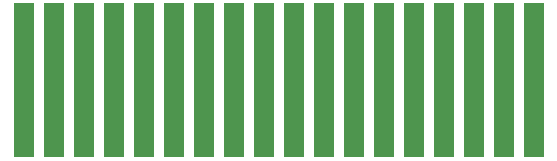
<source format=gtp>
G04 EAGLE Gerber RS-274X export*
G75*
%MOMM*%
%FSLAX34Y34*%
%LPD*%
%INTop Paste*%
%IPPOS*%
%AMOC8*
5,1,8,0,0,1.08239X$1,22.5*%
G01*
%ADD10R,1.778000X13.000000*%


D10*
X647700Y76200D03*
X622300Y76200D03*
X596900Y76200D03*
X571500Y76200D03*
X546100Y76200D03*
X520700Y76200D03*
X495300Y76200D03*
X469900Y76200D03*
X444500Y76200D03*
X419100Y76200D03*
X393700Y76200D03*
X368300Y76200D03*
X342900Y76200D03*
X317500Y76200D03*
X292100Y76200D03*
X266700Y76200D03*
X241300Y76200D03*
X215900Y76200D03*
M02*

</source>
